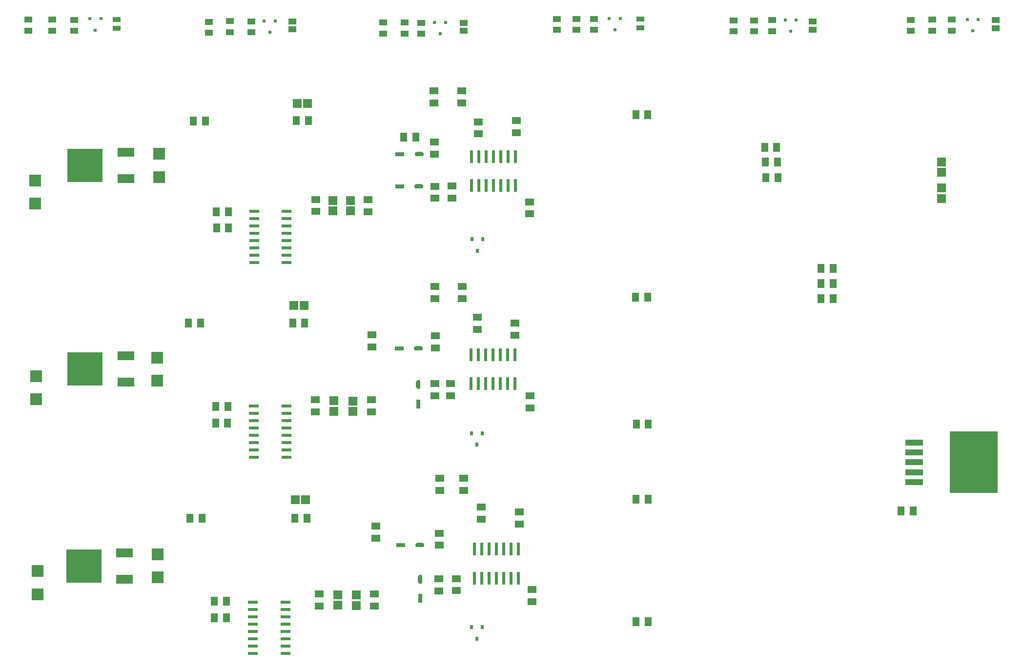
<source format=gtp>
G04*
G04 #@! TF.GenerationSoftware,Altium Limited,Altium Designer,21.6.4 (81)*
G04*
G04 Layer_Color=8421504*
%FSLAX43Y43*%
%MOMM*%
G71*
G04*
G04 #@! TF.SameCoordinates,346ECB39-7FB1-4B03-902B-A5351CF8790B*
G04*
G04*
G04 #@! TF.FilePolarity,Positive*
G04*
G01*
G75*
%ADD16R,0.500X0.600*%
%ADD17R,0.500X0.600*%
%ADD18R,1.508X1.207*%
%ADD19R,1.408X1.007*%
%ADD20R,1.207X1.508*%
%ADD21R,0.600X0.700*%
G04:AMPARAMS|DCode=22|XSize=1.607mm|YSize=0.762mm|CornerRadius=0.381mm|HoleSize=0mm|Usage=FLASHONLY|Rotation=90.000|XOffset=0mm|YOffset=0mm|HoleType=Round|Shape=RoundedRectangle|*
%AMROUNDEDRECTD22*
21,1,1.607,0.000,0,0,90.0*
21,1,0.845,0.762,0,0,90.0*
1,1,0.762,0.000,0.422*
1,1,0.762,0.000,-0.422*
1,1,0.762,0.000,-0.422*
1,1,0.762,0.000,0.422*
%
%ADD22ROUNDEDRECTD22*%
%ADD23R,0.762X1.607*%
G04:AMPARAMS|DCode=24|XSize=1.607mm|YSize=0.762mm|CornerRadius=0.381mm|HoleSize=0mm|Usage=FLASHONLY|Rotation=0.000|XOffset=0mm|YOffset=0mm|HoleType=Round|Shape=RoundedRectangle|*
%AMROUNDEDRECTD24*
21,1,1.607,0.000,0,0,0.0*
21,1,0.845,0.762,0,0,0.0*
1,1,0.762,0.422,0.000*
1,1,0.762,-0.422,0.000*
1,1,0.762,-0.422,0.000*
1,1,0.762,0.422,0.000*
%
%ADD24ROUNDEDRECTD24*%
%ADD25R,1.607X0.762*%
%ADD26R,1.505X1.556*%
%ADD27R,1.350X0.950*%
%ADD28R,1.356X1.105*%
%ADD29R,1.556X1.505*%
%ADD30R,0.558X2.270*%
%ADD31R,8.380X10.660*%
%ADD32R,3.050X1.016*%
%ADD33R,1.664X0.559*%
%ADD34R,2.000X2.000*%
%ADD35R,3.000X1.600*%
%ADD36R,6.200X5.800*%
D16*
X171770Y168840D02*
D03*
X233883Y168672D02*
D03*
X202283Y168586D02*
D03*
X141453Y168139D02*
D03*
X81661Y168799D02*
D03*
X111902Y168409D02*
D03*
D17*
X170820Y170840D02*
D03*
X172720D02*
D03*
X232933Y170672D02*
D03*
X234833D02*
D03*
X201333Y170586D02*
D03*
X203233D02*
D03*
X140503Y170139D02*
D03*
X142403D02*
D03*
X80711Y170799D02*
D03*
X82611D02*
D03*
X110952Y170409D02*
D03*
X112852D02*
D03*
D18*
X141224Y71517D02*
D03*
Y73619D02*
D03*
X140538Y105350D02*
D03*
Y107451D02*
D03*
X140564Y139614D02*
D03*
Y141716D02*
D03*
X157378Y69647D02*
D03*
Y71749D02*
D03*
X157099Y103242D02*
D03*
Y105343D02*
D03*
X156972Y136897D02*
D03*
Y138998D02*
D03*
X144297Y73644D02*
D03*
Y71542D02*
D03*
X120523Y70961D02*
D03*
Y68859D02*
D03*
X130099Y70977D02*
D03*
Y68875D02*
D03*
X145567Y91043D02*
D03*
Y88941D02*
D03*
X148565Y86039D02*
D03*
Y83938D02*
D03*
X141326Y81518D02*
D03*
Y79416D02*
D03*
X141402Y91043D02*
D03*
Y88941D02*
D03*
X155169Y85176D02*
D03*
Y83074D02*
D03*
X143307Y107451D02*
D03*
Y105350D02*
D03*
X119837Y104683D02*
D03*
Y102581D02*
D03*
X129515Y104657D02*
D03*
Y102556D02*
D03*
X145288Y124333D02*
D03*
Y122231D02*
D03*
X147930Y118948D02*
D03*
Y116846D02*
D03*
X140640Y115757D02*
D03*
Y113656D02*
D03*
X140538Y124342D02*
D03*
Y122241D02*
D03*
X154407Y117992D02*
D03*
Y115891D02*
D03*
X143535Y141741D02*
D03*
Y139640D02*
D03*
X130277Y82712D02*
D03*
Y80610D02*
D03*
X129616Y115910D02*
D03*
Y113808D02*
D03*
X119863Y139421D02*
D03*
Y137319D02*
D03*
X128930Y139379D02*
D03*
Y137278D02*
D03*
X145186Y158251D02*
D03*
Y156150D02*
D03*
X148133Y152892D02*
D03*
Y150790D02*
D03*
X154686Y153095D02*
D03*
Y150994D02*
D03*
X140437Y149361D02*
D03*
Y147260D02*
D03*
X140386Y158251D02*
D03*
Y156150D02*
D03*
D19*
X168123Y168848D02*
D03*
Y170750D02*
D03*
X230226Y168721D02*
D03*
Y170623D02*
D03*
X199093Y168620D02*
D03*
Y170521D02*
D03*
X165125Y168848D02*
D03*
Y170750D02*
D03*
X226797Y168696D02*
D03*
Y170597D02*
D03*
X195893Y168594D02*
D03*
Y170496D02*
D03*
X161696Y170750D02*
D03*
Y168848D02*
D03*
X223114Y170583D02*
D03*
Y168681D02*
D03*
X192405Y170470D02*
D03*
Y168569D02*
D03*
X138201Y168162D02*
D03*
Y170064D02*
D03*
X77953Y168645D02*
D03*
Y170547D02*
D03*
X108687Y168391D02*
D03*
Y170293D02*
D03*
X135280Y168213D02*
D03*
Y170115D02*
D03*
X74143Y168696D02*
D03*
Y170597D02*
D03*
X104978Y168467D02*
D03*
Y170369D02*
D03*
X131597Y170089D02*
D03*
Y168188D02*
D03*
X70053Y170597D02*
D03*
Y168696D02*
D03*
X101321Y170242D02*
D03*
Y168340D02*
D03*
D20*
X118373Y84099D02*
D03*
X116272D02*
D03*
X98085D02*
D03*
X100187D02*
D03*
X117992Y117983D02*
D03*
X115891D02*
D03*
X97841Y117932D02*
D03*
X99943D02*
D03*
X209610Y127457D02*
D03*
X207509D02*
D03*
X209610Y124790D02*
D03*
X207509D02*
D03*
X209610Y122174D02*
D03*
X207509D02*
D03*
X118602Y153086D02*
D03*
X116500D02*
D03*
X98628Y153010D02*
D03*
X100730D02*
D03*
X197857Y145872D02*
D03*
X199958D02*
D03*
X197958Y143231D02*
D03*
X200060D02*
D03*
X197755Y148463D02*
D03*
X199857D02*
D03*
X104369Y69672D02*
D03*
X102267D02*
D03*
X175454Y66192D02*
D03*
X177555D02*
D03*
X104394Y66853D02*
D03*
X102292D02*
D03*
X175463Y87376D02*
D03*
X177565D02*
D03*
X104648Y103505D02*
D03*
X102546D02*
D03*
X175489Y100432D02*
D03*
X177590D02*
D03*
X104607Y100584D02*
D03*
X102505D02*
D03*
X221428Y85369D02*
D03*
X223529D02*
D03*
X175352Y122428D02*
D03*
X177454D02*
D03*
X104759Y137287D02*
D03*
X102657D02*
D03*
X104784Y134468D02*
D03*
X102683D02*
D03*
X137271Y150190D02*
D03*
X135169D02*
D03*
X175403Y154127D02*
D03*
X177505D02*
D03*
D21*
X148778Y65186D02*
D03*
X146878D02*
D03*
X147828Y63186D02*
D03*
X148803Y98866D02*
D03*
X146903D02*
D03*
X147853Y96866D02*
D03*
X148854Y132496D02*
D03*
X146954D02*
D03*
X147904Y130496D02*
D03*
D22*
X138049Y73558D02*
D03*
X137668Y107289D02*
D03*
D23*
X138049Y70206D02*
D03*
X137668Y103938D02*
D03*
D24*
X137973Y79477D02*
D03*
X137693Y113589D02*
D03*
X137794Y141681D02*
D03*
X137820Y147244D02*
D03*
D25*
X134622Y79477D02*
D03*
X134341Y113589D02*
D03*
X134443Y141681D02*
D03*
X134468Y147244D02*
D03*
D26*
X116359Y87300D02*
D03*
X118161D02*
D03*
X116054Y121031D02*
D03*
X117856D02*
D03*
X116688Y156108D02*
D03*
X118489D02*
D03*
D27*
X176174Y170701D02*
D03*
Y169201D02*
D03*
X85369Y170651D02*
D03*
Y169151D02*
D03*
D28*
X237846Y170525D02*
D03*
Y169124D02*
D03*
X206104Y170271D02*
D03*
Y168870D02*
D03*
X145567Y170078D02*
D03*
Y168677D02*
D03*
X115799Y170322D02*
D03*
Y168920D02*
D03*
D29*
X126924Y70776D02*
D03*
Y68975D02*
D03*
X123673Y69014D02*
D03*
Y70815D02*
D03*
X126314Y104457D02*
D03*
Y102655D02*
D03*
X123038Y102680D02*
D03*
Y104482D02*
D03*
X125908Y139255D02*
D03*
Y137453D02*
D03*
X122885D02*
D03*
Y139255D02*
D03*
X228422Y141388D02*
D03*
Y139587D02*
D03*
Y144096D02*
D03*
Y145898D02*
D03*
D30*
X155067Y73712D02*
D03*
X153797D02*
D03*
X152527D02*
D03*
X151257D02*
D03*
X149987D02*
D03*
X148717D02*
D03*
X147447D02*
D03*
Y78740D02*
D03*
X148717D02*
D03*
X149987D02*
D03*
X151257D02*
D03*
X152527D02*
D03*
X153797D02*
D03*
X155067D02*
D03*
X154432Y107442D02*
D03*
X153162D02*
D03*
X151892D02*
D03*
X150622D02*
D03*
X149352D02*
D03*
X148082D02*
D03*
X146812D02*
D03*
Y112470D02*
D03*
X148082D02*
D03*
X149352D02*
D03*
X150622D02*
D03*
X151892D02*
D03*
X153162D02*
D03*
X154432D02*
D03*
X154508Y141834D02*
D03*
X153238D02*
D03*
X151968D02*
D03*
X150698D02*
D03*
X149428D02*
D03*
X148158D02*
D03*
X146888D02*
D03*
Y146862D02*
D03*
X148158D02*
D03*
X149428D02*
D03*
X150698D02*
D03*
X151968D02*
D03*
X153238D02*
D03*
X154508D02*
D03*
D31*
X233995Y93802D02*
D03*
D32*
X223690Y97206D02*
D03*
Y95504D02*
D03*
Y93802D02*
D03*
Y92100D02*
D03*
Y90398D02*
D03*
D33*
X109137Y94666D02*
D03*
Y95936D02*
D03*
Y97206D02*
D03*
Y98476D02*
D03*
Y99746D02*
D03*
Y101016D02*
D03*
Y102286D02*
D03*
Y103556D02*
D03*
X114789D02*
D03*
Y102286D02*
D03*
Y101016D02*
D03*
Y99746D02*
D03*
Y98476D02*
D03*
Y97206D02*
D03*
Y95936D02*
D03*
Y94666D02*
D03*
X108991Y60655D02*
D03*
Y61925D02*
D03*
Y63195D02*
D03*
Y64465D02*
D03*
Y65735D02*
D03*
Y67005D02*
D03*
Y68275D02*
D03*
Y69545D02*
D03*
X114643D02*
D03*
Y68275D02*
D03*
Y67005D02*
D03*
Y65735D02*
D03*
Y64465D02*
D03*
Y63195D02*
D03*
Y61925D02*
D03*
Y60655D02*
D03*
X109188Y128499D02*
D03*
Y129769D02*
D03*
Y131039D02*
D03*
Y132309D02*
D03*
Y133579D02*
D03*
Y134849D02*
D03*
Y136119D02*
D03*
Y137389D02*
D03*
X114840D02*
D03*
Y136119D02*
D03*
Y134849D02*
D03*
Y133579D02*
D03*
Y132309D02*
D03*
Y131039D02*
D03*
Y129769D02*
D03*
Y128499D02*
D03*
D34*
X92456Y77819D02*
D03*
Y73819D02*
D03*
X92405Y111957D02*
D03*
Y107957D02*
D03*
X92685Y147313D02*
D03*
Y143313D02*
D03*
X71679Y70923D02*
D03*
Y74923D02*
D03*
X71374Y104731D02*
D03*
Y108731D02*
D03*
X71196Y142691D02*
D03*
Y138691D02*
D03*
D35*
X86973Y112292D02*
D03*
Y107722D02*
D03*
X86744Y78104D02*
D03*
Y73534D02*
D03*
X86952Y147624D02*
D03*
Y143054D02*
D03*
D36*
X79883Y110007D02*
D03*
X79654Y75819D02*
D03*
X79862Y145339D02*
D03*
M02*

</source>
